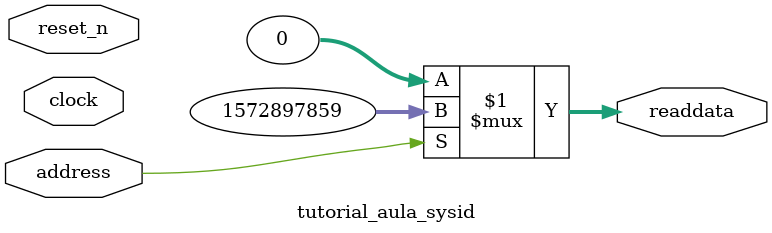
<source format=v>



// synthesis translate_off
`timescale 1ns / 1ps
// synthesis translate_on

// turn off superfluous verilog processor warnings 
// altera message_level Level1 
// altera message_off 10034 10035 10036 10037 10230 10240 10030 

module tutorial_aula_sysid (
               // inputs:
                address,
                clock,
                reset_n,

               // outputs:
                readdata
             )
;

  output  [ 31: 0] readdata;
  input            address;
  input            clock;
  input            reset_n;

  wire    [ 31: 0] readdata;
  //control_slave, which is an e_avalon_slave
  assign readdata = address ? 1572897859 : 0;

endmodule



</source>
